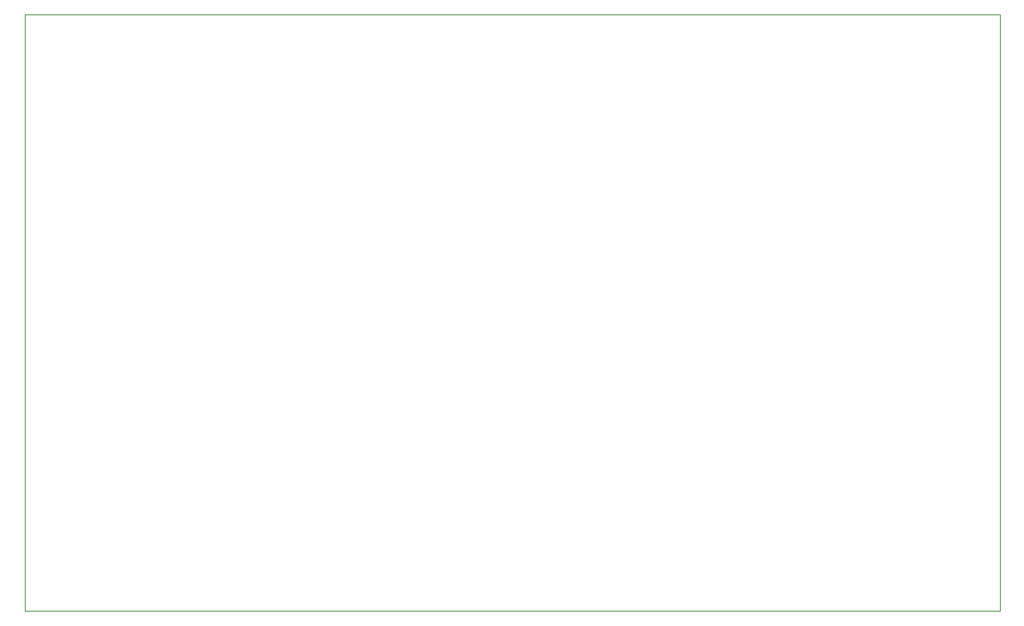
<source format=gbr>
%TF.GenerationSoftware,Altium Limited,Altium Designer,20.1.12 (249)*%
G04 Layer_Color=0*
%FSLAX26Y26*%
%MOIN*%
%TF.SameCoordinates,7F4B2EE0-29BC-4F04-AEBD-3A4CCF5859FD*%
%TF.FilePolarity,Positive*%
%TF.FileFunction,Profile,NP*%
%TF.Part,Single*%
G01*
G75*
%TA.AperFunction,Profile*%
%ADD68C,0.001000*%
D68*
X6948819Y4980315D02*
X2893701D01*
Y2500000D01*
X6948819D01*
Y4980315D01*
%TF.MD5,36a2f712683d53bde183a480b93eb016*%
M02*

</source>
